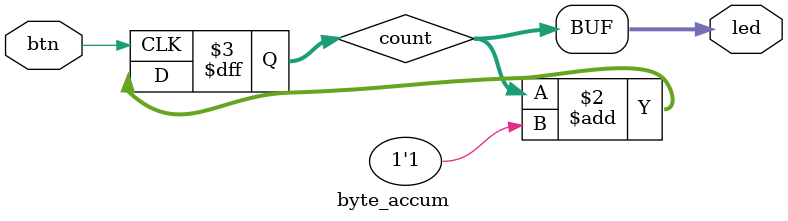
<source format=v>
module byte_accum(btn,led);
    input btn;
    output [7:0]led;
    reg [7:0] count;

    always @(posedge btn) count <= count + 1'b1;

    assign led[7] = count[7];
    assign led[6] = count[6];
    assign led[5] = count[5];
    assign led[4] = count[4];
    assign led[3] = count[3];
    assign led[2] = count[2];
    assign led[1] = count[1];
    assign led[0] = count[0];
endmodule
</source>
